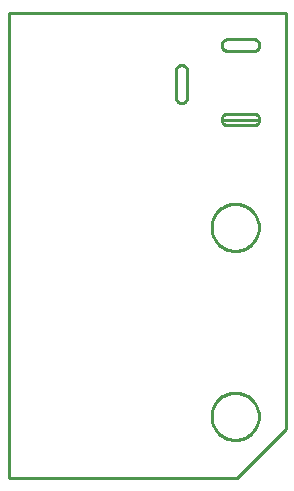
<source format=gbr>
G04 EAGLE Gerber X2 export*
%TF.Part,Single*%
%TF.FileFunction,Profile,NP*%
%TF.FilePolarity,Positive*%
%TF.GenerationSoftware,Autodesk,EAGLE,9.1.3*%
%TF.CreationDate,2018-10-12T20:40:38Z*%
G75*
%MOMM*%
%FSLAX34Y34*%
%LPD*%
%AMOC8*
5,1,8,0,0,1.08239X$1,22.5*%
G01*
%ADD10C,0.254000*%


D10*
X238125Y307975D02*
X431800Y307975D01*
X473075Y349250D01*
X473075Y701675D01*
X238125Y701675D01*
X238125Y307975D01*
X379575Y630300D02*
X379594Y629864D01*
X379651Y629432D01*
X379745Y629006D01*
X379877Y628590D01*
X380043Y628187D01*
X380245Y627800D01*
X380479Y627432D01*
X380745Y627086D01*
X381039Y626764D01*
X381361Y626470D01*
X381707Y626204D01*
X382075Y625970D01*
X382462Y625768D01*
X382865Y625602D01*
X383281Y625470D01*
X383707Y625376D01*
X384139Y625319D01*
X384575Y625300D01*
X385011Y625319D01*
X385443Y625376D01*
X385869Y625470D01*
X386285Y625602D01*
X386688Y625768D01*
X387075Y625970D01*
X387443Y626204D01*
X387789Y626470D01*
X388111Y626764D01*
X388405Y627086D01*
X388671Y627432D01*
X388905Y627800D01*
X389107Y628187D01*
X389273Y628590D01*
X389405Y629006D01*
X389499Y629432D01*
X389556Y629864D01*
X389575Y630300D01*
X389575Y652300D01*
X389556Y652736D01*
X389499Y653168D01*
X389405Y653594D01*
X389273Y654010D01*
X389107Y654413D01*
X388905Y654800D01*
X388671Y655168D01*
X388405Y655514D01*
X388111Y655836D01*
X387789Y656130D01*
X387443Y656396D01*
X387075Y656630D01*
X386688Y656832D01*
X386285Y656998D01*
X385869Y657130D01*
X385443Y657224D01*
X385011Y657281D01*
X384575Y657300D01*
X384139Y657281D01*
X383707Y657224D01*
X383281Y657130D01*
X382865Y656998D01*
X382462Y656832D01*
X382075Y656630D01*
X381707Y656396D01*
X381361Y656130D01*
X381039Y655836D01*
X380745Y655514D01*
X380479Y655168D01*
X380245Y654800D01*
X380043Y654413D01*
X379877Y654010D01*
X379745Y653594D01*
X379651Y653168D01*
X379594Y652736D01*
X379575Y652300D01*
X379575Y630300D01*
X418575Y674300D02*
X418594Y673864D01*
X418651Y673432D01*
X418745Y673006D01*
X418877Y672590D01*
X419043Y672187D01*
X419245Y671800D01*
X419479Y671432D01*
X419745Y671086D01*
X420039Y670764D01*
X420361Y670470D01*
X420707Y670204D01*
X421075Y669970D01*
X421462Y669768D01*
X421865Y669602D01*
X422281Y669470D01*
X422707Y669376D01*
X423139Y669319D01*
X423575Y669300D01*
X445575Y669300D01*
X446011Y669319D01*
X446443Y669376D01*
X446869Y669470D01*
X447285Y669602D01*
X447688Y669768D01*
X448075Y669970D01*
X448443Y670204D01*
X448789Y670470D01*
X449111Y670764D01*
X449405Y671086D01*
X449671Y671432D01*
X449905Y671800D01*
X450107Y672187D01*
X450273Y672590D01*
X450405Y673006D01*
X450499Y673432D01*
X450556Y673864D01*
X450575Y674300D01*
X450556Y674736D01*
X450499Y675168D01*
X450405Y675594D01*
X450273Y676010D01*
X450107Y676413D01*
X449905Y676800D01*
X449671Y677168D01*
X449405Y677514D01*
X449111Y677836D01*
X448789Y678130D01*
X448443Y678396D01*
X448075Y678630D01*
X447688Y678832D01*
X447285Y678998D01*
X446869Y679130D01*
X446443Y679224D01*
X446011Y679281D01*
X445575Y679300D01*
X423575Y679300D01*
X423139Y679281D01*
X422707Y679224D01*
X422281Y679130D01*
X421865Y678998D01*
X421462Y678832D01*
X421075Y678630D01*
X420707Y678396D01*
X420361Y678130D01*
X420039Y677836D01*
X419745Y677514D01*
X419479Y677168D01*
X419245Y676800D01*
X419043Y676413D01*
X418877Y676010D01*
X418745Y675594D01*
X418651Y675168D01*
X418594Y674736D01*
X418575Y674300D01*
X418575Y611300D02*
X418594Y610864D01*
X418651Y610432D01*
X418745Y610006D01*
X418877Y609590D01*
X419043Y609187D01*
X419245Y608800D01*
X419479Y608432D01*
X419745Y608086D01*
X420039Y607764D01*
X420361Y607470D01*
X420707Y607204D01*
X421075Y606970D01*
X421462Y606768D01*
X421865Y606602D01*
X422281Y606470D01*
X422707Y606376D01*
X423139Y606319D01*
X423575Y606300D01*
X445575Y606300D01*
X446011Y606319D01*
X446443Y606376D01*
X446869Y606470D01*
X447285Y606602D01*
X447688Y606768D01*
X448075Y606970D01*
X448443Y607204D01*
X448789Y607470D01*
X449111Y607764D01*
X449405Y608086D01*
X449671Y608432D01*
X449905Y608800D01*
X450107Y609187D01*
X450273Y609590D01*
X450405Y610006D01*
X450499Y610432D01*
X450556Y610864D01*
X450575Y611300D01*
X418575Y611300D01*
X418575Y611300D02*
X418594Y610864D01*
X418651Y610432D01*
X418745Y610006D01*
X418877Y609590D01*
X419043Y609187D01*
X419245Y608800D01*
X419479Y608432D01*
X419745Y608086D01*
X420039Y607764D01*
X420361Y607470D01*
X420707Y607204D01*
X421075Y606970D01*
X421462Y606768D01*
X421865Y606602D01*
X422281Y606470D01*
X422707Y606376D01*
X423139Y606319D01*
X423575Y606300D01*
X445575Y606300D01*
X446011Y606319D01*
X446443Y606376D01*
X446869Y606470D01*
X447285Y606602D01*
X447688Y606768D01*
X448075Y606970D01*
X448443Y607204D01*
X448789Y607470D01*
X449111Y607764D01*
X449405Y608086D01*
X449671Y608432D01*
X449905Y608800D01*
X450107Y609187D01*
X450273Y609590D01*
X450405Y610006D01*
X450499Y610432D01*
X450556Y610864D01*
X450575Y611300D01*
X450556Y611736D01*
X450499Y612168D01*
X450405Y612594D01*
X450273Y613010D01*
X450107Y613413D01*
X449905Y613800D01*
X449671Y614168D01*
X449405Y614514D01*
X449111Y614836D01*
X448789Y615130D01*
X448443Y615396D01*
X448075Y615630D01*
X447688Y615832D01*
X447285Y615998D01*
X446869Y616130D01*
X446443Y616224D01*
X446011Y616281D01*
X445575Y616300D01*
X423575Y616300D01*
X423139Y616281D01*
X422707Y616224D01*
X422281Y616130D01*
X421865Y615998D01*
X421462Y615832D01*
X421075Y615630D01*
X420707Y615396D01*
X420361Y615130D01*
X420039Y614836D01*
X419745Y614514D01*
X419479Y614168D01*
X419245Y613800D01*
X419043Y613413D01*
X418877Y613010D01*
X418745Y612594D01*
X418651Y612168D01*
X418594Y611736D01*
X418575Y611300D01*
X418575Y611300D02*
X450575Y611300D01*
X450556Y611736D01*
X450499Y612168D01*
X450405Y612594D01*
X450273Y613010D01*
X450107Y613413D01*
X449905Y613800D01*
X449671Y614168D01*
X449405Y614514D01*
X449111Y614836D01*
X448789Y615130D01*
X448443Y615396D01*
X448075Y615630D01*
X447688Y615832D01*
X447285Y615998D01*
X446869Y616130D01*
X446443Y616224D01*
X446011Y616281D01*
X445575Y616300D01*
X423575Y616300D01*
X423139Y616281D01*
X422707Y616224D01*
X422281Y616130D01*
X421865Y615998D01*
X421462Y615832D01*
X421075Y615630D01*
X420707Y615396D01*
X420361Y615130D01*
X420039Y614836D01*
X419745Y614514D01*
X419479Y614168D01*
X419245Y613800D01*
X419043Y613413D01*
X418877Y613010D01*
X418745Y612594D01*
X418651Y612168D01*
X418594Y611736D01*
X418575Y611300D01*
X450000Y519396D02*
X449927Y518189D01*
X449781Y516989D01*
X449563Y515800D01*
X449274Y514627D01*
X448915Y513473D01*
X448486Y512343D01*
X447990Y511241D01*
X447428Y510170D01*
X446803Y509136D01*
X446116Y508141D01*
X445371Y507190D01*
X444569Y506285D01*
X443715Y505431D01*
X442810Y504629D01*
X441859Y503884D01*
X440864Y503197D01*
X439830Y502572D01*
X438759Y502010D01*
X437657Y501514D01*
X436527Y501085D01*
X435373Y500726D01*
X434200Y500437D01*
X433011Y500219D01*
X431811Y500073D01*
X430604Y500000D01*
X429396Y500000D01*
X428189Y500073D01*
X426989Y500219D01*
X425800Y500437D01*
X424627Y500726D01*
X423473Y501085D01*
X422343Y501514D01*
X421241Y502010D01*
X420170Y502572D01*
X419136Y503197D01*
X418141Y503884D01*
X417190Y504629D01*
X416285Y505431D01*
X415431Y506285D01*
X414629Y507190D01*
X413884Y508141D01*
X413197Y509136D01*
X412572Y510170D01*
X412010Y511241D01*
X411514Y512343D01*
X411085Y513473D01*
X410726Y514627D01*
X410437Y515800D01*
X410219Y516989D01*
X410073Y518189D01*
X410000Y519396D01*
X410000Y520604D01*
X410073Y521811D01*
X410219Y523011D01*
X410437Y524200D01*
X410726Y525373D01*
X411085Y526527D01*
X411514Y527657D01*
X412010Y528759D01*
X412572Y529830D01*
X413197Y530864D01*
X413884Y531859D01*
X414629Y532810D01*
X415431Y533715D01*
X416285Y534569D01*
X417190Y535371D01*
X418141Y536116D01*
X419136Y536803D01*
X420170Y537428D01*
X421241Y537990D01*
X422343Y538486D01*
X423473Y538915D01*
X424627Y539274D01*
X425800Y539563D01*
X426989Y539781D01*
X428189Y539927D01*
X429396Y540000D01*
X430604Y540000D01*
X431811Y539927D01*
X433011Y539781D01*
X434200Y539563D01*
X435373Y539274D01*
X436527Y538915D01*
X437657Y538486D01*
X438759Y537990D01*
X439830Y537428D01*
X440864Y536803D01*
X441859Y536116D01*
X442810Y535371D01*
X443715Y534569D01*
X444569Y533715D01*
X445371Y532810D01*
X446116Y531859D01*
X446803Y530864D01*
X447428Y529830D01*
X447990Y528759D01*
X448486Y527657D01*
X448915Y526527D01*
X449274Y525373D01*
X449563Y524200D01*
X449781Y523011D01*
X449927Y521811D01*
X450000Y520604D01*
X450000Y519396D01*
X450000Y359396D02*
X449927Y358189D01*
X449781Y356989D01*
X449563Y355800D01*
X449274Y354627D01*
X448915Y353473D01*
X448486Y352343D01*
X447990Y351241D01*
X447428Y350170D01*
X446803Y349136D01*
X446116Y348141D01*
X445371Y347190D01*
X444569Y346285D01*
X443715Y345431D01*
X442810Y344629D01*
X441859Y343884D01*
X440864Y343197D01*
X439830Y342572D01*
X438759Y342010D01*
X437657Y341514D01*
X436527Y341085D01*
X435373Y340726D01*
X434200Y340437D01*
X433011Y340219D01*
X431811Y340073D01*
X430604Y340000D01*
X429396Y340000D01*
X428189Y340073D01*
X426989Y340219D01*
X425800Y340437D01*
X424627Y340726D01*
X423473Y341085D01*
X422343Y341514D01*
X421241Y342010D01*
X420170Y342572D01*
X419136Y343197D01*
X418141Y343884D01*
X417190Y344629D01*
X416285Y345431D01*
X415431Y346285D01*
X414629Y347190D01*
X413884Y348141D01*
X413197Y349136D01*
X412572Y350170D01*
X412010Y351241D01*
X411514Y352343D01*
X411085Y353473D01*
X410726Y354627D01*
X410437Y355800D01*
X410219Y356989D01*
X410073Y358189D01*
X410000Y359396D01*
X410000Y360604D01*
X410073Y361811D01*
X410219Y363011D01*
X410437Y364200D01*
X410726Y365373D01*
X411085Y366527D01*
X411514Y367657D01*
X412010Y368759D01*
X412572Y369830D01*
X413197Y370864D01*
X413884Y371859D01*
X414629Y372810D01*
X415431Y373715D01*
X416285Y374569D01*
X417190Y375371D01*
X418141Y376116D01*
X419136Y376803D01*
X420170Y377428D01*
X421241Y377990D01*
X422343Y378486D01*
X423473Y378915D01*
X424627Y379274D01*
X425800Y379563D01*
X426989Y379781D01*
X428189Y379927D01*
X429396Y380000D01*
X430604Y380000D01*
X431811Y379927D01*
X433011Y379781D01*
X434200Y379563D01*
X435373Y379274D01*
X436527Y378915D01*
X437657Y378486D01*
X438759Y377990D01*
X439830Y377428D01*
X440864Y376803D01*
X441859Y376116D01*
X442810Y375371D01*
X443715Y374569D01*
X444569Y373715D01*
X445371Y372810D01*
X446116Y371859D01*
X446803Y370864D01*
X447428Y369830D01*
X447990Y368759D01*
X448486Y367657D01*
X448915Y366527D01*
X449274Y365373D01*
X449563Y364200D01*
X449781Y363011D01*
X449927Y361811D01*
X450000Y360604D01*
X450000Y359396D01*
M02*

</source>
